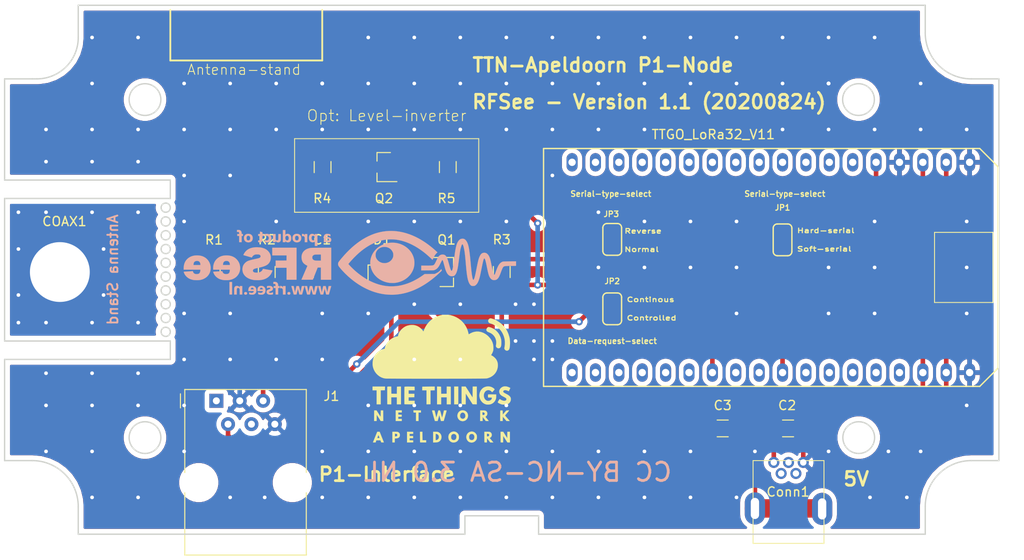
<source format=kicad_pcb>
(kicad_pcb (version 20171130) (host pcbnew "(5.1.6)-1")
  (layers (0 F.Cu signal) (31 B.Cu signal) (34 B.Paste user) (35 F.Paste user) (36 B.SilkS user) (37 F.SilkS user) (38 B.Mask user) (39 F.Mask user) (44 Edge.Cuts user))
  (net 0 "")
  (net 1 /5V)
  (net 2 /DATA_GND)
  (net 3 /DATA_3V3)
  (net 4 /DATA)
  (net 5 /3V3)
  (net 6 /DATA_REQ)
  (net 7 /HARD_RXD)
  (net 8 /SOFT_RXD)
  (net 9 /SOFT_REQ)
  (net 10 "Net-(C3-Pad2)")
  (net 11 /DATA_3V3_N)
  (net 12 /DATA_5V_R)
  (net 13 "Net-(JP3-Pad1)")
  (module esp32-p1-node-board:LOGO_LogoRFSee_37x8mm (layer F.Cu) (at 137 55.5)
    (fp_text reference G*** hide)
    (fp_text value LOGO_LogoRFSee_37x8mm hide)
  )
  (module Connector_RJ:RJ12_Amphenol_54601 (layer F.Cu) (at 123.5 69.5)
    (fp_text reference J1 (at 12.5 -0.5) (layer F.SilkS))
    (fp_text value RJ11-6)
    (pad "" np_thru_hole circle (at 8.25 8.89) (size 3.25 3.25) (drill 3.25) (layers *.Cu *.Mask))
    (pad 6 thru_hole circle (at 6.35 2.54) (size 1.52 1.52) (drill 0.76) (layers *.Cu *.Mask) (net 2 /DATA_GND))
    (pad 5 thru_hole circle (at 5.08 0) (size 1.52 1.52) (drill 0.76) (layers *.Cu *.Mask) (net 4 /DATA))
    (pad 4 thru_hole circle (at 3.81 2.54) (size 1.52 1.52) (drill 0.76) (layers *.Cu *.Mask))
    (pad 3 thru_hole circle (at 2.54 0) (size 1.52 1.52) (drill 0.76) (layers *.Cu *.Mask) (net 2 /DATA_GND))
    (pad 2 thru_hole circle (at 1.27 2.54) (size 1.52 1.52) (drill 0.76) (layers *.Cu *.Mask) (net 6 /DATA_REQ))
    (pad "" np_thru_hole circle (at -1.91 8.89) (size 3.25 3.25) (drill 3.25) (layers *.Cu *.Mask))
    (pad 1 thru_hole rect (at 0 0) (size 1.52 1.52) (drill 0.76) (layers *.Cu *.Mask))
  )
  (module esp32-p1-node-board:TTGO_LoRa32_V11 (layer F.Cu) (at 185 55 270)
    (fp_text reference U1)
    (fp_text value TTGO_LoRa32_V11 (at -14.455 7.52) (layer F.SilkS))
    (pad 17 thru_hole oval (at -11.43 20.32 180) (size 1.2 2) (drill 0.8) (layers *.Cu *.Mask))
    (pad 20 thru_hole oval (at 11.43 20.32 180) (size 1.2 2) (drill 0.8) (layers *.Cu *.Mask))
    (pad 16 thru_hole oval (at -11.43 17.78 180) (size 1.2 2) (drill 0.8) (layers *.Cu *.Mask))
    (pad 21 thru_hole oval (at 11.43 17.78 180) (size 1.2 2) (drill 0.8) (layers *.Cu *.Mask))
    (pad 15 thru_hole oval (at -11.43 15.24 180) (size 1.2 2) (drill 0.8) (layers *.Cu *.Mask))
    (pad 22 thru_hole oval (at 11.43 15.24 180) (size 1.2 2) (drill 0.8) (layers *.Cu *.Mask))
    (pad 14 thru_hole oval (at -11.43 12.7 180) (size 1.2 2) (drill 0.8) (layers *.Cu *.Mask))
    (pad 23 thru_hole oval (at 11.43 12.7 180) (size 1.2 2) (drill 0.8) (layers *.Cu *.Mask))
    (pad 13 thru_hole oval (at -11.43 10.16 180) (size 1.2 2) (drill 0.8) (layers *.Cu *.Mask))
    (pad 24 thru_hole oval (at 11.43 10.16 180) (size 1.2 2) (drill 0.8) (layers *.Cu *.Mask))
    (pad 12 thru_hole oval (at -11.43 7.62 180) (size 1.2 2) (drill 0.8) (layers *.Cu *.Mask))
    (pad 25 thru_hole oval (at 11.43 7.62 180) (size 1.2 2) (drill 0.8) (layers *.Cu *.Mask) (net 9 /SOFT_REQ))
    (pad 11 thru_hole oval (at -11.43 5.08 180) (size 1.2 2) (drill 0.8) (layers *.Cu *.Mask))
    (pad 26 thru_hole oval (at 11.43 5.08 180) (size 1.2 2) (drill 0.8) (layers *.Cu *.Mask))
    (pad 10 thru_hole oval (at -11.43 2.54 180) (size 1.2 2) (drill 0.8) (layers *.Cu *.Mask))
    (pad 27 thru_hole oval (at 11.43 2.54 180) (size 1.2 2) (drill 0.8) (layers *.Cu *.Mask))
    (pad 9 thru_hole oval (at -11.43 0 180) (size 1.2 2) (drill 0.8) (layers *.Cu *.Mask))
    (pad 28 thru_hole oval (at 11.43 0 180) (size 1.2 2) (drill 0.8) (layers *.Cu *.Mask) (net 8 /SOFT_RXD))
    (pad 8 thru_hole oval (at -11.43 -2.54 180) (size 1.2 2) (drill 0.8) (layers *.Cu *.Mask))
    (pad 29 thru_hole oval (at 11.43 -2.54 180) (size 1.2 2) (drill 0.8) (layers *.Cu *.Mask))
    (pad 7 thru_hole oval (at -11.43 -5.08 180) (size 1.2 2) (drill 0.8) (layers *.Cu *.Mask))
    (pad 30 thru_hole oval (at 11.43 -5.08 180) (size 1.2 2) (drill 0.8) (layers *.Cu *.Mask))
    (pad 6 thru_hole oval (at -11.43 -7.62 180) (size 1.2 2) (drill 0.8) (layers *.Cu *.Mask))
    (pad 31 thru_hole oval (at 11.43 -7.62 180) (size 1.2 2) (drill 0.8) (layers *.Cu *.Mask))
    (pad 5 thru_hole oval (at -11.43 -10.16 180) (size 1.2 2) (drill 0.8) (layers *.Cu *.Mask) (net 7 /HARD_RXD))
    (pad 32 thru_hole oval (at 11.43 -10.16 180) (size 1.2 2) (drill 0.8) (layers *.Cu *.Mask))
    (pad 4 thru_hole oval (at -11.43 -12.7 180) (size 1.2 2) (drill 0.8) (layers *.Cu *.Mask) (net 2 /DATA_GND))
    (pad 33 thru_hole oval (at 11.43 -12.7 180) (size 1.2 2) (drill 0.8) (layers *.Cu *.Mask))
    (pad 3 thru_hole oval (at -11.43 -15.24 180) (size 1.2 2) (drill 0.8) (layers *.Cu *.Mask) (net 5 /3V3))
    (pad 34 thru_hole oval (at 11.43 -15.24 180) (size 1.2 2) (drill 0.8) (layers *.Cu *.Mask) (net 5 /3V3))
    (pad 2 thru_hole oval (at -11.43 -17.78 180) (size 1.2 2) (drill 0.8) (layers *.Cu *.Mask) (net 1 /5V))
    (pad 35 thru_hole oval (at 11.43 -17.78 180) (size 1.2 2) (drill 0.8) (layers *.Cu *.Mask) (net 1 /5V))
    (pad 1 thru_hole oval (at -11.43 -20.32 180) (size 1.2 2) (drill 0.8) (layers *.Cu *.Mask) (net 2 /DATA_GND))
    (pad 36 thru_hole oval (at 11.43 -20.32 180) (size 1.2 2) (drill 0.8) (layers *.Cu *.Mask) (net 2 /DATA_GND))
    (pad 18 thru_hole oval (at -11.43 22.86 180) (size 1.2 2) (drill 0.8) (layers *.Cu *.Mask))
    (pad 19 thru_hole oval (at 11.43 22.86 180) (size 1.2 2) (drill 0.8) (layers *.Cu *.Mask))
  )
  (module Capacitor_SMD:C_1206_3216Metric (layer F.Cu) (at 134.952 55.5 270)
    (fp_text reference C1 (at -3.517462 -0.048) (layer F.SilkS))
    (fp_text value 10n)
    (pad 1 smd roundrect (at -1.4 0 270) (size 1.25 1.75) (layers F.Cu F.Paste F.Mask) (roundrect_rratio 0.2) (net 12 /DATA_5V_R))
    (pad 2 smd roundrect (at 1.4 0 270) (size 1.25 1.75) (layers F.Cu F.Paste F.Mask) (roundrect_rratio 0.2) (net 2 /DATA_GND))
  )
  (module Package_TO_SOT_SMD:SOT-23 (layer F.Cu) (at 141.558 55.5 90)
    (fp_text reference D1 (at 3.517462 -0.058 180) (layer F.SilkS))
    (fp_text value BAT54S)
    (pad 1 smd rect (at -1 -0.95 90) (size 0.9 0.8) (layers F.Cu F.Paste F.Mask) (net 2 /DATA_GND))
    (pad 2 smd rect (at -1 0.95 90) (size 0.9 0.8) (layers F.Cu F.Paste F.Mask) (net 1 /5V))
    (pad 3 smd rect (at 1 0 90) (size 0.9 0.8) (layers F.Cu F.Paste F.Mask) (net 12 /DATA_5V_R))
  )
  (module Resistor_SMD:R_1206_3216Metric (layer F.Cu) (at 123 55.5 90)
    (fp_text reference R1 (at 3.5 0.25 -180) (layer F.SilkS))
    (fp_text value 10K)
    (pad 1 smd roundrect (at -1.4 0 90) (size 1.25 1.75) (layers F.Cu F.Paste F.Mask) (roundrect_rratio 0.2) (net 1 /5V))
    (pad 2 smd roundrect (at 1.4 0 90) (size 1.25 1.75) (layers F.Cu F.Paste F.Mask) (roundrect_rratio 0.2) (net 4 /DATA))
  )
  (module Resistor_SMD:R_1206_3216Metric (layer F.Cu) (at 128.976 55.5 270)
    (fp_text reference R2 (at -3.517462 -0.024) (layer F.SilkS))
    (fp_text value 1K)
    (pad 2 smd roundrect (at 1.4 0 270) (size 1.25 1.75) (layers F.Cu F.Paste F.Mask) (roundrect_rratio 0.2) (net 4 /DATA))
    (pad 1 smd roundrect (at -1.4 0 270) (size 1.25 1.75) (layers F.Cu F.Paste F.Mask) (roundrect_rratio 0.2) (net 12 /DATA_5V_R))
  )
  (module Resistor_SMD:R_1206_3216Metric (layer F.Cu) (at 154.5 55.5 90)
    (fp_text reference R3 (at 3.517462 0 180) (layer F.SilkS))
    (fp_text value 12K)
    (pad 1 smd roundrect (at -1.4 0 90) (size 1.25 1.75) (layers F.Cu F.Paste F.Mask) (roundrect_rratio 0.2) (net 5 /3V3))
    (pad 2 smd roundrect (at 1.4 0 90) (size 1.25 1.75) (layers F.Cu F.Paste F.Mask) (roundrect_rratio 0.2) (net 11 /DATA_3V3_N))
  )
  (module Jumpers:SMT-JUMPER_3_1-NC_TRACE_SILK (layer F.Cu) (at 185 52 270)
    (fp_text reference JP1 (at -3.5 0) (layer F.SilkS) (effects (font (size 0.6096 0.6096) (thickness 0.127))))
    (fp_text value Serial-type-select (at -5 -0.25) (layer F.SilkS) (effects (font (size 0.6096 0.6096) (thickness 0.127))))
    (fp_line (start 0 0) (end 1.016 0) (layer F.Cu) (width 0.254))
    (pad 1 smd rect (at -1.016 0 270) (size 0.635 1.27) (layers F.Cu F.Mask) (net 7 /HARD_RXD))
    (pad 2 smd rect (at 0 0 270) (size 0.635 1.27) (layers F.Cu F.Mask) (net 3 /DATA_3V3))
    (pad 3 smd rect (at 1.016 0 270) (size 0.635 1.27) (layers F.Cu F.Mask) (net 8 /SOFT_RXD))
  )
  (module Jumpers:SMT-JUMPER_3_1-NC_TRACE_SILK (layer F.Cu) (at 166.5 59.5 90)
    (fp_text reference JP2 (at 3 0 180) (layer F.SilkS) (effects (font (size 0.6096 0.6096) (thickness 0.127))))
    (fp_text value Data-request-select (at -3.5 0 180) (layer F.SilkS) (effects (font (size 0.6096 0.6096) (thickness 0.127))))
    (fp_line (start 0 0) (end 1.016 0) (layer F.Cu) (width 0.254))
    (pad 1 smd rect (at -1.016 0 90) (size 0.635 1.27) (layers F.Cu F.Mask) (net 9 /SOFT_REQ))
    (pad 2 smd rect (at 0 0 90) (size 0.635 1.27) (layers F.Cu F.Mask) (net 6 /DATA_REQ))
    (pad 3 smd rect (at 1.016 0 90) (size 0.635 1.27) (layers F.Cu F.Mask) (net 5 /3V3))
  )
  (module Capacitor_SMD:C_1206_3216Metric (layer F.Cu) (at 185.6 72.5)
    (fp_text reference C2 (at -0.1 -2.5) (layer F.SilkS))
    (fp_text value 10n)
    (pad 1 smd roundrect (at -1.4 0) (size 1.25 1.75) (layers F.Cu F.Paste F.Mask) (roundrect_rratio 0.2) (net 1 /5V))
    (pad 2 smd roundrect (at 1.4 0) (size 1.25 1.75) (layers F.Cu F.Paste F.Mask) (roundrect_rratio 0.2) (net 2 /DATA_GND))
  )
  (module Capacitor_SMD:C_1206_3216Metric (layer F.Cu) (at 178.5 72.5)
    (fp_text reference C3 (at 0 -2.5) (layer F.SilkS))
    (fp_text value 10n)
    (pad 2 smd roundrect (at 1.4 0) (size 1.25 1.75) (layers F.Cu F.Paste F.Mask) (roundrect_rratio 0.2) (net 10 "Net-(C3-Pad2)"))
    (pad 1 smd roundrect (at -1.4 0) (size 1.25 1.75) (layers F.Cu F.Paste F.Mask) (roundrect_rratio 0.2) (net 2 /DATA_GND))
  )
  (module esp32-p1-node-board:SMA-ANT-CONN (layer F.Cu) (at 106.5 55.5)
    (fp_text reference COAX1 (at 0.5 -5.5 180) (layer F.SilkS))
    (fp_text value SMA-ANT-CONN)
    (pad 1 thru_hole circle (at 0 0) (size 8.5 8.5) (drill 6.5) (layers *.Cu *.Mask) (net 2 /DATA_GND))
  )
  (module Jumpers:SMT-JUMPER_3_1-NC_TRACE_SILK (layer F.Cu) (at 166.5 51.95 270)
    (fp_text reference JP3 (at -2.75 0.1) (layer F.SilkS) (effects (font (size 0.6096 0.6096) (thickness 0.127))))
    (fp_text value Serial-type-select (at -4.95 0.15) (layer F.SilkS) (effects (font (size 0.6096 0.6096) (thickness 0.127))))
    (fp_line (start 0 0) (end 1.016 0) (layer F.Cu) (width 0.254))
    (pad 1 smd rect (at -1.016 0 270) (size 0.635 1.27) (layers F.Cu F.Mask) (net 13 "Net-(JP3-Pad1)"))
    (pad 2 smd rect (at 0 0 270) (size 0.635 1.27) (layers F.Cu F.Mask) (net 3 /DATA_3V3))
    (pad 3 smd rect (at 1.016 0 270) (size 0.635 1.27) (layers F.Cu F.Mask) (net 11 /DATA_3V3_N))
  )
  (module Package_TO_SOT_SMD:SOT-23 (layer F.Cu) (at 141.71 44.09 180)
    (fp_text reference Q2 (at 0 -3.41 180) (layer F.SilkS))
    (fp_text value BSS138)
    (pad 1 smd rect (at -1 -0.95 180) (size 0.9 0.8) (layers F.Cu F.Paste F.Mask) (net 5 /3V3))
    (pad 2 smd rect (at -1 0.95 180) (size 0.9 0.8) (layers F.Cu F.Paste F.Mask) (net 13 "Net-(JP3-Pad1)"))
    (pad 3 smd rect (at 1 0 180) (size 0.9 0.8) (layers F.Cu F.Paste F.Mask) (net 12 /DATA_5V_R))
  )
  (module Resistor_SMD:R_1206_3216Metric (layer F.Cu) (at 135.04 44.09 270)
    (fp_text reference R4 (at 3.41 0.04) (layer F.SilkS))
    (fp_text value 10K)
    (pad 2 smd roundrect (at 1.4 0 270) (size 1.25 1.75) (layers F.Cu F.Paste F.Mask) (roundrect_rratio 0.2) (net 12 /DATA_5V_R))
    (pad 1 smd roundrect (at -1.4 0 270) (size 1.25 1.75) (layers F.Cu F.Paste F.Mask) (roundrect_rratio 0.2) (net 1 /5V))
  )
  (module Resistor_SMD:R_1206_3216Metric (layer F.Cu) (at 148.64 44.09 90)
    (fp_text reference R5 (at -3.41 -0.14 180) (layer F.SilkS))
    (fp_text value 10K)
    (pad 1 smd roundrect (at -1.4 0 90) (size 1.25 1.75) (layers F.Cu F.Paste F.Mask) (roundrect_rratio 0.2) (net 5 /3V3))
    (pad 2 smd roundrect (at 1.4 0 90) (size 1.25 1.75) (layers F.Cu F.Paste F.Mask) (roundrect_rratio 0.2) (net 13 "Net-(JP3-Pad1)"))
  )
  (module esp32-p1-node-board:THT_USB-B-Mini (layer F.Cu) (at 189.5 85 90)
    (fp_text reference Conn1 (at 5.6 -3.9 180) (layer F.SilkS))
    (fp_text value THT_USB-B-Mini)
    (pad 6 thru_hole roundrect (at 3.75 -0.2 180) (size 2.2 3.5) (drill oval 0.9 2.3) (layers *.Cu *.Mask) (roundrect_rratio 0.5) (net 10 "Net-(C3-Pad2)"))
    (pad 7 thru_hole roundrect (at 3.8 -7.5 180) (size 2.2 3.5) (drill oval 0.9 2.3) (layers *.Cu *.Mask) (roundrect_rratio 0.5) (net 10 "Net-(C3-Pad2)"))
    (pad 2 thru_hole circle (at 7.6 -4.65 180) (size 1.2 1.2) (drill 0.7) (layers *.Cu *.Mask))
    (pad 5 thru_hole circle (at 8.8 -2.25 180) (size 1.2 1.2) (drill 0.7) (layers *.Cu *.Mask) (net 2 /DATA_GND))
    (pad 1 thru_hole circle (at 8.8 -5.45 180) (size 1.2 1.2) (drill 0.7) (layers *.Cu *.Mask) (net 1 /5V))
    (pad 3 thru_hole circle (at 8.8 -3.85 180) (size 1.2 1.2) (drill 0.7) (layers *.Cu *.Mask))
    (pad 4 thru_hole circle (at 7.6 -3.05 180) (size 1.2 1.2) (drill 0.7) (layers *.Cu *.Mask))
  )
  (module Package_TO_SOT_SMD:SOT-23 (layer F.Cu) (at 148.5 55.5)
    (fp_text reference Q1 (at 0 -3.5) (layer F.SilkS))
    (fp_text value BC847)
    (pad 1 smd rect (at -1 -0.95) (size 0.9 0.8) (layers F.Cu F.Paste F.Mask) (net 12 /DATA_5V_R))
    (pad 2 smd rect (at -1 0.95) (size 0.9 0.8) (layers F.Cu F.Paste F.Mask) (net 2 /DATA_GND))
    (pad 3 smd rect (at 1 0) (size 0.9 0.8) (layers F.Cu F.Paste F.Mask) (net 11 /DATA_3V3_N))
  )
  (module esp32-p1-node-board:LOGO_TTN-Apeldoorn (layer F.Cu) (at 148 67)
    (fp_text reference G*** hide)
    (fp_text value LOGO_TTN-Apeldoorn hide)
  )
  (gr_circle (center 118 48.5) (end 118.5 48.5) (layer Edge.Cuts) (width 0.15))
  (gr_circle (center 118 50) (end 118.5 50) (layer Edge.Cuts) (width 0.15))
  (gr_circle (center 118 51.5) (end 118.5 51.5) (layer Edge.Cuts) (width 0.15))
  (gr_circle (center 118 53) (end 118.5 53) (layer Edge.Cuts) (width 0.15))
  (gr_text "CC BY-NC-SA 3.0 NL" (at 156.25 77.25) (layer B.SilkS) (effects (font (size 2 2) (thickness 0.3)) (justify mirror)))
  (gr_line (start 158.5 84) (end 158.5 82) (layer Edge.Cuts) (width 0.15))
  (gr_line (start 150.5 84) (end 150.5 82) (layer Edge.Cuts) (width 0.15))
  (gr_line (start 150.5 82) (end 158.5 82) (layer Edge.Cuts) (width 0.15))
  (gr_line (start 108.5 84) (end 150.5 84) (layer Edge.Cuts) (width 0.15))
  (gr_text "Opt: Level-inverter" (at 142 38.5) (layer F.SilkS) (effects (font (size 1.2 1.2) (thickness 0.1))))
  (gr_text "RFSee - Version 1.1 (20200824)" (at 170.5 37) (layer F.SilkS) (effects (font (size 1.5 1.5) (thickness 0.3))))
  (gr_text "TTN-Apeldoorn P1-Node" (at 165.5 33) (layer F.SilkS) (effects (font (size 1.5 1.5) (thickness 0.3))))
  (gr_text 5V (at 193 78) (layer F.SilkS) (effects (font (size 1.5 1.5) (thickness 0.3))))
  (gr_line (start 132 49) (end 132 41) (layer F.SilkS) (width 0.1))
  (gr_line (start 152 49) (end 132 49) (layer F.SilkS) (width 0.1))
  (gr_line (start 152 41) (end 152 49) (layer F.SilkS) (width 0.1))
  (gr_line (start 132 41) (end 152 41) (layer F.SilkS) (width 0.1))
  (gr_text Reverse (at 167.75 51.05) (layer F.SilkS) (effects (font (size 0.5 0.7) (thickness 0.125)) (justify left)))
  (gr_text Normal (at 167.75 53.05) (layer F.SilkS) (effects (font (size 0.5 0.7) (thickness 0.125)) (justify left)))
  (gr_text Antenna-stand (at 126.5 33.5) (layer F.SilkS) (effects (font (size 1.1 1.1) (thickness 0.1))))
  (gr_text "Antenna Stand" (at 112.25 55.25 90) (layer B.SilkS) (effects (font (size 1.1 1.1) (thickness 0.2)) (justify mirror)))
  (gr_text P1-Interface (at 142 77.5) (layer F.SilkS) (effects (font (size 1.5 1.5) (thickness 0.3))))
  (gr_line (start 135 32.5) (end 135 27) (layer F.SilkS) (width 0.2))
  (gr_line (start 118.5 32.5) (end 135 32.5) (layer F.SilkS) (width 0.2))
  (gr_line (start 118.5 27) (end 118.5 32.5) (layer F.SilkS) (width 0.2))
  (gr_text Controlled (at 168 60.5) (layer F.SilkS) (effects (font (size 0.5 0.7) (thickness 0.125)) (justify left)))
  (gr_text Continous (at 168 58.5) (layer F.SilkS) (effects (font (size 0.5 0.7) (thickness 0.125)) (justify left)))
  (gr_circle (center 118 60.5) (end 118.5 60.5) (layer Edge.Cuts) (width 0.15))
  (gr_circle (center 118 59) (end 118.5 59) (layer Edge.Cuts) (width 0.15))
  (gr_circle (center 118 62) (end 118.5 62) (layer Edge.Cuts) (width 0.15))
  (gr_circle (center 118 56) (end 118.5 56) (layer Edge.Cuts) (width 0.15))
  (gr_circle (center 118 57.5) (end 118.5 57.5) (layer Edge.Cuts) (width 0.15))
  (gr_circle (center 118 54.5) (end 118.5 54.5) (layer Edge.Cuts) (width 0.15))
  (gr_line (start 118.5 65) (end 113 65) (layer Edge.Cuts) (width 0.15))
  (gr_line (start 118.5 45.5) (end 113 45.5) (layer Edge.Cuts) (width 0.15))
  (gr_line (start 118.5 47.5) (end 118.5 45.5) (layer Edge.Cuts) (width 0.15))
  (gr_line (start 118.5 65) (end 118.5 63) (layer Edge.Cuts) (width 0.15))
  (gr_line (start 100.5 63) (end 100.5 47.5) (layer Edge.Cuts) (width 0.15))
  (gr_line (start 100.5 63) (end 118.5 63) (layer Edge.Cuts) (width 0.15))
  (gr_line (start 100.5 65) (end 113 65) (layer Edge.Cuts) (width 0.15))
  (gr_line (start 100.5 47.5) (end 118.5 47.5) (layer Edge.Cuts) (width 0.15))
  (gr_line (start 100.5 45.5) (end 113 45.5) (layer Edge.Cuts) (width 0.15))
  (gr_line (start 100.5 65) (end 100.5 76) (layer Edge.Cuts) (width 0.15))
  (gr_line (start 100.5 34.5) (end 100.5 45.5) (layer Edge.Cuts) (width 0.15))
  (gr_arc (start 104 30) (end 104 34.5) (angle -90) (layer Edge.Cuts) (width 0.15))
  (gr_line (start 100.5 34.5) (end 103.5 34.5) (layer Edge.Cuts) (width 0.15))
  (gr_line (start 100.5 76) (end 103.5 76) (layer Edge.Cuts) (width 0.15))
  (gr_arc (start 103.5 81) (end 108.5 81) (angle -90) (layer Edge.Cuts) (width 0.15))
  (gr_line (start 103.5 34.5) (end 104 34.5) (layer Edge.Cuts) (width 0.15))
  (gr_text Hard-serial (at 186.5 51) (layer F.SilkS) (effects (font (size 0.5 0.7) (thickness 0.125)) (justify left)))
  (gr_text Soft-serial (at 186.5 53) (layer F.SilkS) (effects (font (size 0.5 0.7) (thickness 0.125)) (justify left)))
  (gr_circle (center 193.275 73.5) (end 195 73.5) (layer Edge.Cuts) (width 0.15))
  (gr_circle (center 193.25 36.75) (end 194.975 36.75) (layer Edge.Cuts) (width 0.15))
  (gr_circle (center 115.75 73.5) (end 117.475 73.5) (layer Edge.Cuts) (width 0.15))
  (gr_circle (center 115.75 36.75) (end 117.475 36.75) (layer Edge.Cuts) (width 0.15))
  (gr_arc (start 205.5 81) (end 205.5 76) (angle -90) (layer Edge.Cuts) (width 0.15))
  (gr_arc (start 205.5 29.5) (end 200.5 29.5) (angle -90) (layer Edge.Cuts) (width 0.15))
  (gr_line (start 200.5 26.5) (end 200.5 29.5) (layer Edge.Cuts) (width 0.15))
  (gr_line (start 208.5 34.5) (end 205.5 34.5) (layer Edge.Cuts) (width 0.15))
  (gr_line (start 200.5 84) (end 200.5 81) (layer Edge.Cuts) (width 0.15))
  (gr_line (start 208.5 76) (end 205.5 76) (layer Edge.Cuts) (width 0.15))
  (gr_line (start 208.5 34.5) (end 208.5 76) (layer Edge.Cuts) (width 0.15))
  (gr_line (start 108.5 26.5) (end 108.5 30) (layer Edge.Cuts) (width 0.15))
  (gr_line (start 108.5 84) (end 108.5 81) (layer Edge.Cuts) (width 0.15))
  (gr_line (start 158.5 84) (end 200.5 84) (layer Edge.Cuts) (width 0.15))
  (gr_line (start 108.5 26.5) (end 200.5 26.5) (layer Edge.Cuts) (width 0.15))
  (segment (start 202.78 43.57) (end 202.78 66.43) (width 0.5) (layer F.Cu) (net 1))
  (segment (start 130.96 42.69) (end 135.04 42.69) (width 0.5) (layer F.Cu) (net 1))
  (segment (start 120.8 52.85) (end 130.96 42.69) (width 0.5) (layer F.Cu) (net 1))
  (segment (start 120.8 56) (end 120.8 52.85) (width 0.5) (layer F.Cu) (net 1))
  (segment (start 123 56.9) (end 121.7 56.9) (width 0.5) (layer F.Cu) (net 1))
  (segment (start 121.7 56.9) (end 120.8 56) (width 0.5) (layer F.Cu) (net 1))
  (segment (start 184.05 74.55) (end 184.05 76.2) (width 0.5) (layer F.Cu) (net 1))
  (segment (start 184.2 72.5) (end 184.2 74.4) (width 0.5) (layer F.Cu) (net 1))
  (segment (start 184.2 74.4) (end 184.05 74.55) (width 0.5) (layer F.Cu) (net 1))
  (segment (start 202.78 68.02) (end 202.78 66.43) (width 0.5) (layer F.Cu) (net 1))
  (segment (start 200.8 70) (end 202.78 68.02) (width 0.5) (layer F.Cu) (net 1))
  (segment (start 184.2 70.2) (end 184 70) (width 0.5) (layer F.Cu) (net 1))
  (segment (start 184.2 72.5) (end 184.2 70.2) (width 0.5) (layer F.Cu) (net 1))
  (segment (start 184 70) (end 200.8 70) (width 0.5) (layer F.Cu) (net 1))
  (segment (start 157.5 70) (end 184 70) (width 0.5) (layer F.Cu) (net 1))
  (segment (start 142.508 56.5) (end 144 56.5) (width 0.5) (layer F.Cu) (net 1))
  (segment (start 144 56.5) (end 157.5 70) (width 0.5) (layer F.Cu) (net 1))
  (segment (start 123 61.5) (end 123 56.9) (width 0.5) (layer F.Cu) (net 1))
  (segment (start 121.75 63) (end 123 61.75) (width 0.5) (layer F.Cu) (net 1))
  (segment (start 142.508 63.242) (end 131 74.75) (width 0.5) (layer F.Cu) (net 1))
  (segment (start 142.508 56.5) (end 142.508 63.242) (width 0.5) (layer F.Cu) (net 1))
  (segment (start 123 61.75) (end 123 61.5) (width 0.5) (layer F.Cu) (net 1))
  (segment (start 131 74.75) (end 124.75 74.75) (width 0.5) (layer F.Cu) (net 1))
  (segment (start 124.75 74.75) (end 121.75 71.75) (width 0.5) (layer F.Cu) (net 1))
  (segment (start 121.75 71.75) (end 121.75 63) (width 0.5) (layer F.Cu) (net 1))
  (segment (start 134.952 56.9) (end 137.4 56.9) (width 0.5) (layer F.Cu) (net 2))
  (segment (start 137.8 56.5) (end 140.608 56.5) (width 0.5) (layer F.Cu) (net 2))
  (segment (start 137.4 56.9) (end 137.8 56.5) (width 0.5) (layer F.Cu) (net 2))
  (segment (start 140.608 56.5) (end 140.608 56.392) (width 0.5) (layer F.Cu) (net 2))
  (segment (start 140.608 56.392) (end 141.5 55.5) (width 0.4) (layer F.Cu) (net 2))
  (segment (start 205.32 41.82) (end 205.32 43.57) (width 0.5) (layer F.Cu) (net 2))
  (segment (start 204.5 41) (end 205.32 41.82) (width 0.5) (layer F.Cu) (net 2))
  (segment (start 198.5 41) (end 204.5 41) (width 0.5) (layer F.Cu) (net 2))
  (segment (start 197.7 43.57) (end 197.7 41.8) (width 0.5) (layer F.Cu) (net 2))
  (segment (start 197.7 41.8) (end 198.5 41) (width 0.5) (layer F.Cu) (net 2))
  (via (at 105 40) (size 0.8) (drill 0.4) (layers F.Cu B.Cu) (net 2))
  (via (at 110 40) (size 0.8) (drill 0.4) (layers F.Cu B.Cu) (net 2))
  (via (at 115 40) (size 0.8) (drill 0.4) (layers F.Cu B.Cu) (net 2))
  (via (at 135 40) (size 0.8) (drill 0.4) (layers F.Cu B.Cu) (net 2))
  (via (at 140 40) (size 0.8) (drill 0.4) (layers F.Cu B.Cu) (net 2))
  (via (at 145 40) (size 0.8) (drill 0.4) (layers F.Cu B.Cu) (net 2))
  (via (at 150 40) (size 0.8) (drill 0.4) (layers F.Cu B.Cu) (net 2))
  (via (at 160 40) (size 0.8) (drill 0.4) (layers F.Cu B.Cu) (net 2))
  (via (at 165 40) (size 0.8) (drill 0.4) (layers F.Cu B.Cu) (net 2))
  (via (at 170 40) (size 0.8) (drill 0.4) (layers F.Cu B.Cu) (net 2))
  (via (at 185 40) (size 0.8) (drill 0.4) (layers F.Cu B.Cu) (net 2))
  (via (at 190 40) (size 0.8) (drill 0.4) (layers F.Cu B.Cu) (net 2))
  (via (at 195 40) (size 0.8) (drill 0.4) (layers F.Cu B.Cu) (net 2))
  (via (at 200 40) (size 0.8) (drill 0.4) (layers F.Cu B.Cu) (net 2))
  (via (at 205 40) (size 0.8) (drill 0.4) (layers F.Cu B.Cu) (net 2))
  (via (at 200 35) (size 0.8) (drill 0.4) (layers F.Cu B.Cu) (net 2))
  (via (at 195 30) (size 0.8) (drill 0.4) (layers F.Cu B.Cu) (net 2))
  (via (at 190 35) (size 0.8) (drill 0.4) (layers F.Cu B.Cu) (net 2))
  (via (at 190 30) (size 0.8) (drill 0.4) (layers F.Cu B.Cu) (net 2))
  (via (at 185 30) (size 0.8) (drill 0.4) (layers F.Cu B.Cu) (net 2))
  (via (at 180 30) (size 0.8) (drill 0.4) (layers F.Cu B.Cu) (net 2))
  (via (at 175 30) (size 0.8) (drill 0.4) (layers F.Cu B.Cu) (net 2))
  (via (at 170 30) (size 0.8) (drill 0.4) (layers F.Cu B.Cu) (net 2))
  (via (at 165 30) (size 0.8) (drill 0.4) (layers F.Cu B.Cu) (net 2))
  (via (at 160 30) (size 0.8) (drill 0.4) (layers F.Cu B.Cu) (net 2))
  (via (at 155 30) (size 0.8) (drill 0.4) (layers F.Cu B.Cu) (net 2))
  (via (at 115 30) (size 0.8) (drill 0.4) (layers F.Cu B.Cu) (net 2))
  (via (at 110 30) (size 0.8) (drill 0.4) (layers F.Cu B.Cu) (net 2))
  (via (at 110 35) (size 0.8) (drill 0.4) (layers F.Cu B.Cu) (net 2))
  (via (at 120 35) (size 0.8) (drill 0.4) (layers F.Cu B.Cu) (net 2))
  (via (at 125 35) (size 0.8) (drill 0.4) (layers F.Cu B.Cu) (net 2))
  (via (at 130 35) (size 0.8) (drill 0.4) (layers F.Cu B.Cu) (net 2))
  (via (at 135 35) (size 0.8) (drill 0.4) (layers F.Cu B.Cu) (net 2))
  (via (at 135 35) (size 0.8) (drill 0.4) (layers F.Cu B.Cu) (net 2))
  (via (at 135 35) (size 0.8) (drill 0.4) (layers F.Cu B.Cu) (net 2))
  (via (at 140 35) (size 0.8) (drill 0.4) (layers F.Cu B.Cu) (net 2))
  (via (at 145 35) (size 0.8) (drill 0.4) (layers F.Cu B.Cu) (net 2))
  (via (at 150 35) (size 0.8) (drill 0.4) (layers F.Cu B.Cu) (net 2))
  (via (at 155 35) (size 0.8) (drill 0.4) (layers F.Cu B.Cu) (net 2))
  (via (at 160 35) (size 0.8) (drill 0.4) (layers F.Cu B.Cu) (net 2))
  (via (at 165 35) (size 0.8) (drill 0.4) (layers F.Cu B.Cu) (net 2))
  (via (at 170 35) (size 0.8) (drill 0.4) (layers F.Cu B.Cu) (net 2))
  (via (at 175 35) (size 0.8) (drill 0.4) (layers F.Cu B.Cu) (net 2))
  (via (at 180 35) (size 0.8) (drill 0.4) (layers F.Cu B.Cu) (net 2))
  (via (at 190 35) (size 0.8) (drill 0.4) (layers F.Cu B.Cu) (net 2))
  (via (at 190 35) (size 0.8) (drill 0.4) (layers F.Cu B.Cu) (net 2))
  (via (at 185 35) (size 0.8) (drill 0.4) (layers F.Cu B.Cu) (net 2))
  (via (at 105 43.5) (size 0.8) (drill 0.4) (layers F.Cu B.Cu) (net 2))
  (via (at 110 43.5) (size 0.8) (drill 0.4) (layers F.Cu B.Cu) (net 2))
  (via (at 115 43.5) (size 0.8) (drill 0.4) (layers F.Cu B.Cu) (net 2))
  (via (at 160 45) (size 0.8) (drill 0.4) (layers F.Cu B.Cu) (net 2))
  (via (at 120 60) (size 0.8) (drill 0.4) (layers F.Cu B.Cu) (net 2))
  (via (at 125 60) (size 0.8) (drill 0.4) (layers F.Cu B.Cu) (net 2))
  (via (at 115 66.5) (size 0.8) (drill 0.4) (layers F.Cu B.Cu) (net 2))
  (via (at 115 70) (size 0.8) (drill 0.4) (layers F.Cu B.Cu) (net 2))
  (via (at 110 70) (size 0.8) (drill 0.4) (layers F.Cu B.Cu) (net 2))
  (via (at 110 66.5) (size 0.8) (drill 0.4) (layers F.Cu B.Cu) (net 2))
  (via (at 105 66.5) (size 0.8) (drill 0.4) (layers F.Cu B.Cu) (net 2))
  (via (at 105 70) (size 0.8) (drill 0.4) (layers F.Cu B.Cu) (net 2))
  (via (at 105 75) (size 0.8) (drill 0.4) (layers F.Cu B.Cu) (net 2))
  (via (at 110 75) (size 0.8) (drill 0.4) (layers F.Cu B.Cu) (net 2))
  (via (at 110 80) (size 0.8) (drill 0.4) (layers F.Cu B.Cu) (net 2))
  (via (at 115 80) (size 0.8) (drill 0.4) (layers F.Cu B.Cu) (net 2))
  (via (at 125 80) (size 0.8) (drill 0.4) (layers F.Cu B.Cu) (net 2))
  (via (at 135 80) (size 0.8) (drill 0.4) (layers F.Cu B.Cu) (net 2))
  (via (at 140 80) (size 0.8) (drill 0.4) (layers F.Cu B.Cu) (net 2))
  (via (at 145 80) (size 0.8) (drill 0.4) (layers F.Cu B.Cu) (net 2))
  (via (at 150 80) (size 0.8) (drill 0.4) (layers F.Cu B.Cu) (net 2))
  (via (at 155 80) (size 0.8) (drill 0.4) (layers F.Cu B.Cu) (net 2))
  (via (at 160 80) (size 0.8) (drill 0.4) (layers F.Cu B.Cu) (net 2))
  (via (at 170 80) (size 0.8) (drill 0.4) (layers F.Cu B.Cu) (net 2))
  (via (at 175 80) (size 0.8) (drill 0.4) (layers F.Cu B.Cu) (net 2))
  (via (at 165 80) (size 0.8) (drill 0.4) (layers F.Cu B.Cu) (net 2))
  (via (at 200 75) (size 0.8) (drill 0.4) (layers F.Cu B.Cu) (net 2))
  (via (at 190 75) (size 0.8) (drill 0.4) (layers F.Cu B.Cu) (net 2))
  (via (at 205 70) (size 0.8) (drill 0.4) (layers F.Cu B.Cu) (net 2))
  (via (at 205 60) (size 0.8) (drill 0.4) (layers F.Cu B.Cu) (net 2))
  (via (at 205 55) (size 0.8) (drill 0.4) (layers F.Cu B.Cu) (net 2))
  (via (at 205 50) (size 0.8) (drill 0.4) (layers F.Cu B.Cu) (net 2))
  (via (at 195 50) (size 0.8) (drill 0.4) (layers F.Cu B.Cu) (net 2))
  (via (at 195 55) (size 0.8) (drill 0.4) (layers F.Cu B.Cu) (net 2))
  (via (at 195 60) (size 0.8) (drill 0.4) (layers F.Cu B.Cu) (net 2))
  (via (at 190 60) (size 0.8) (drill 0.4) (layers F.Cu B.Cu) (net 2))
  (via (at 190 55) (size 0.8) (drill 0.4) (layers F.Cu B.Cu) (net 2))
  (via (at 180 50) (size 0.8) (drill 0.4) (layers F.Cu B.Cu) (net 2))
  (via (at 180 55) (size 0.8) (drill 0.4) (layers F.Cu B.Cu) (net 2))
  (via (at 180 60) (size 0.8) (drill 0.4) (layers F.Cu B.Cu) (net 2))
  (via (at 175 55) (size 0.8) (drill 0.4) (layers F.Cu B.Cu) (net 2))
  (via (at 175 50) (size 0.8) (drill 0.4) (layers F.Cu B.Cu) (net 2))
  (via (at 170 50) (size 0.8) (drill 0.4) (layers F.Cu B.Cu) (net 2))
  (via (at 165 49) (size 0.8) (drill 0.4) (layers F.Cu B.Cu) (net 2))
  (via (at 165 55) (size 0.8) (drill 0.4) (layers F.Cu B.Cu) (net 2))
  (via (at 170 55) (size 0.8) (drill 0.4) (layers F.Cu B.Cu) (net 2))
  (via (at 160 65) (size 0.8) (drill 0.4) (layers F.Cu B.Cu) (net 2))
  (via (at 150 65) (size 0.8) (drill 0.4) (layers F.Cu B.Cu) (net 2))
  (via (at 145 65) (size 0.8) (drill 0.4) (layers F.Cu B.Cu) (net 2))
  (via (at 140 70) (size 0.8) (drill 0.4) (layers F.Cu B.Cu) (net 2))
  (via (at 145 70) (size 0.8) (drill 0.4) (layers F.Cu B.Cu) (net 2))
  (via (at 150 70) (size 0.8) (drill 0.4) (layers F.Cu B.Cu) (net 2))
  (via (at 155 70) (size 0.8) (drill 0.4) (layers F.Cu B.Cu) (net 2))
  (via (at 135 75) (size 0.8) (drill 0.4) (layers F.Cu B.Cu) (net 2))
  (via (at 140 75) (size 0.8) (drill 0.4) (layers F.Cu B.Cu) (net 2))
  (via (at 145 75) (size 0.8) (drill 0.4) (layers F.Cu B.Cu) (net 2))
  (via (at 150 75) (size 0.8) (drill 0.4) (layers F.Cu B.Cu) (net 2))
  (via (at 160 75) (size 0.8) (drill 0.4) (layers F.Cu B.Cu) (net 2))
  (via (at 155 75) (size 0.8) (drill 0.4) (layers F.Cu B.Cu) (net 2))
  (via (at 165 75) (size 0.8) (drill 0.4) (layers F.Cu B.Cu) (net 2))
  (via (at 170 75) (size 0.8) (drill 0.4) (layers F.Cu B.Cu) (net 2))
  (via (at 175 75) (size 0.8) (drill 0.4) (layers F.Cu B.Cu) (net 2))
  (via (at 150 59) (size 0.8) (drill 0.4) (layers F.Cu B.Cu) (net 2))
  (via (at 156 59) (size 0.8) (drill 0.4) (layers F.Cu B.Cu) (net 2))
  (via (at 156 63) (size 0.8) (drill 0.4) (layers F.Cu B.Cu) (net 2))
  (via (at 158 63) (size 0.8) (drill 0.4) (layers F.Cu B.Cu) (net 2))
  (via (at 158 65) (size 0.8) (drill 0.4) (layers F.Cu B.Cu) (net 2))
  (via (at 160 63) (size 0.8) (drill 0.4) (layers F.Cu B.Cu) (net 2))
  (via (at 158 59) (size 0.8) (drill 0.4) (layers F.Cu B.Cu) (net 2))
  (via (at 145 59) (size 0.8) (drill 0.4) (layers F.Cu B.Cu) (net 2))
  (via (at 105 49) (size 0.8) (drill 0.4) (layers F.Cu B.Cu) (net 2))
  (via (at 105 61) (size 0.8) (drill 0.4) (layers F.Cu B.Cu) (net 2))
  (via (at 110 61) (size 0.8) (drill 0.4) (layers F.Cu B.Cu) (net 2))
  (via (at 115 61) (size 0.8) (drill 0.4) (layers F.Cu B.Cu) (net 2))
  (via (at 110 49) (size 0.8) (drill 0.4) (layers F.Cu B.Cu) (net 2))
  (via (at 115 49) (size 0.8) (drill 0.4) (layers F.Cu B.Cu) (net 2))
  (via (at 102 61) (size 0.8) (drill 0.4) (layers F.Cu B.Cu) (net 2))
  (via (at 102 49) (size 0.8) (drill 0.4) (layers F.Cu B.Cu) (net 2))
  (via (at 102 53) (size 0.8) (drill 0.4) (layers F.Cu B.Cu) (net 2))
  (via (at 102 58) (size 0.8) (drill 0.4) (layers F.Cu B.Cu) (net 2))
  (via (at 140 60) (size 0.8) (drill 0.4) (layers F.Cu B.Cu) (net 2))
  (via (at 135 65) (size 0.8) (drill 0.4) (layers F.Cu B.Cu) (net 2))
  (via (at 135 60) (size 0.8) (drill 0.4) (layers F.Cu B.Cu) (net 2))
  (via (at 120 40) (size 0.8) (drill 0.4) (layers F.Cu B.Cu) (net 2))
  (via (at 125 40) (size 0.8) (drill 0.4) (layers F.Cu B.Cu) (net 2))
  (via (at 130 40) (size 0.8) (drill 0.4) (layers F.Cu B.Cu) (net 2))
  (via (at 120 45) (size 0.8) (drill 0.4) (layers F.Cu B.Cu) (net 2))
  (via (at 125 45) (size 0.8) (drill 0.4) (layers F.Cu B.Cu) (net 2))
  (via (at 120 50) (size 0.8) (drill 0.4) (layers F.Cu B.Cu) (net 2))
  (via (at 130 50) (size 0.8) (drill 0.4) (layers F.Cu B.Cu) (net 2))
  (via (at 140 50) (size 0.8) (drill 0.4) (layers F.Cu B.Cu) (net 2))
  (via (at 145 50) (size 0.8) (drill 0.4) (layers F.Cu B.Cu) (net 2))
  (via (at 150 50) (size 0.8) (drill 0.4) (layers F.Cu B.Cu) (net 2))
  (via (at 155 50) (size 0.8) (drill 0.4) (layers F.Cu B.Cu) (net 2))
  (via (at 155 40) (size 0.8) (drill 0.4) (layers F.Cu B.Cu) (net 2))
  (segment (start 187.25 74.75) (end 187.25 76.2) (width 0.5) (layer F.Cu) (net 2))
  (segment (start 187 72.5) (end 187 74.5) (width 0.5) (layer F.Cu) (net 2))
  (segment (start 187 74.5) (end 187.25 74.75) (width 0.5) (layer F.Cu) (net 2))
  (via (at 194.5 80) (size 0.8) (drill 0.4) (layers F.Cu B.Cu) (net 2))
  (via (at 198.5 80) (size 0.8) (drill 0.4) (layers F.Cu B.Cu) (net 2))
  (via (at 180 80) (size 0.8) (drill 0.4) (layers F.Cu B.Cu) (net 2))
  (via (at 182 75) (size 0.8) (drill 0.4) (layers F.Cu B.Cu) (net 2))
  (via (at 196.5 75) (size 0.8) (drill 0.4) (layers F.Cu B.Cu) (net 2))
  (segment (start 144.5 55.5) (end 141.5 55.5) (width 0.5) (layer F.Cu) (net 2))
  (segment (start 147.5 56.45) (end 145.45 56.45) (width 0.5) (layer F.Cu) (net 2))
  (segment (start 145.45 56.45) (end 144.5 55.5) (width 0.5) (layer F.Cu) (net 2))
  (via (at 145 30) (size 0.8) (drill 0.4) (layers F.Cu B.Cu) (net 2))
  (via (at 150 30) (size 0.8) (drill 0.4) (layers F.Cu B.Cu) (net 2))
  (via (at 140 30) (size 0.8) (drill 0.4) (layers F.Cu B.Cu) (net 2))
  (segment (start 126.04 69.5) (end 126.04 68.21) (width 0.5) (layer B.Cu) (net 2))
  (segment (start 126.04 68.21) (end 127 67.25) (width 0.5) (layer B.Cu) (net 2))
  (segment (start 127 67.25) (end 129.75 67.25) (width 0.5) (layer B.Cu) (net 2))
  (segment (start 129.75 67.25) (end 130.75 68.25) (width 0.5) (layer B.Cu) (net 2))
  (segment (start 130.75 71.14) (end 129.85 72.04) (width 0.5) (layer B.Cu) (net 2))
  (segment (start 130.75 68.25) (end 130.75 71.14) (width 0.5) (layer B.Cu) (net 2))
  (via (at 120 75) (size 0.8) (drill 0.4) (layers F.Cu B.Cu) (net 2))
  (via (at 120 70) (size 0.8) (drill 0.4) (layers F.Cu B.Cu) (net 2))
  (via (at 120 65) (size 0.8) (drill 0.4) (layers F.Cu B.Cu) (net 2))
  (via (at 125 65) (size 0.8) (drill 0.4) (layers F.Cu B.Cu) (net 2))
  (via (at 130 65) (size 0.8) (drill 0.4) (layers F.Cu B.Cu) (net 2))
  (via (at 128.75 80) (size 0.8) (drill 0.4) (layers F.Cu B.Cu) (net 2))
  (via (at 111.25 58) (size 0.8) (drill 0.4) (layers F.Cu B.Cu) (net 2))
  (via (at 111.25 53) (size 0.8) (drill 0.4) (layers F.Cu B.Cu) (net 2))
  (segment (start 184.95 51.95) (end 185 52) (width 0.5) (layer F.Cu) (net 3))
  (segment (start 166.5 51.95) (end 184.95 51.95) (width 0.5) (layer F.Cu) (net 3))
  (segment (start 127.4 56.9) (end 128.976 56.9) (width 0.5) (layer F.Cu) (net 4))
  (segment (start 123 54.1) (end 124.6 54.1) (width 0.5) (layer F.Cu) (net 4))
  (segment (start 124.6 54.1) (end 127.4 56.9) (width 0.5) (layer F.Cu) (net 4))
  (segment (start 128.976 61.524) (end 128.976 56.9) (width 0.5) (layer F.Cu) (net 4))
  (segment (start 128.58 66.5) (end 128.58 61.92) (width 0.5) (layer F.Cu) (net 4))
  (segment (start 128.58 61.92) (end 128.976 61.524) (width 0.5) (layer F.Cu) (net 4))
  (segment (start 128.58 66.5) (end 128.58 69.5) (width 0.5) (layer F.Cu) (net 4))
  (segment (start 200.24 66.43) (end 200.24 43.57) (width 0.5) (layer F.Cu) (net 5))
  (segment (start 154.5 56.9) (end 158.4 56.9) (width 0.5) (layer F.Cu) (net 5))
  (segment (start 200.24 68.26) (end 200.24 66.43) (width 0.5) (layer F.Cu) (net 5))
  (segment (start 199.5 69) (end 200.24 68.26) (width 0.5) (layer F.Cu) (net 5))
  (segment (start 159.5 69) (end 199.5 69) (width 0.5) (layer F.Cu) (net 5))
  (segment (start 154.5 56.9) (end 154.5 64) (width 0.5) (layer F.Cu) (net 5))
  (segment (start 154.5 64) (end 159.5 69) (width 0.5) (layer F.Cu) (net 5))
  (segment (start 145.29 45.49) (end 148.64 45.49) (width 0.5) (layer F.Cu) (net 5))
  (segment (start 142.71 45.04) (end 144.84 45.04) (width 0.5) (layer F.Cu) (net 5))
  (segment (start 144.84 45.04) (end 145.29 45.49) (width 0.5) (layer F.Cu) (net 5))
  (segment (start 148.64 45.49) (end 153.69 45.49) (width 0.5) (layer F.Cu) (net 5))
  (segment (start 153.69 45.49) (end 158.4 50.2) (width 0.5) (layer F.Cu) (net 5))
  (segment (start 158.4 50.2) (end 158.4 50.2) (width 0.5) (layer F.Cu) (net 5))
  (via (at 158.4 50.2) (size 0.8) (drill 0.4) (layers F.Cu B.Cu) (net 5))
  (segment (start 158.4 50.2) (end 158.4 56.9) (width 0.5) (layer B.Cu) (net 5))
  (via (at 158.4 56.9) (size 0.8) (drill 0.4) (layers F.Cu B.Cu) (net 5))
  (segment (start 162.084 58.484) (end 166.5 58.484) (width 0.5) (layer F.Cu) (net 5))
  (segment (start 158.4 56.9) (end 160.5 56.9) (width 0.5) (layer F.Cu) (net 5))
  (segment (start 160.5 56.9) (end 162.084 58.484) (width 0.5) (layer F.Cu) (net 5))
  (segment (start 164.3 59.5) (end 162.9 60.9) (width 0.5) (layer F.Cu) (net 6))
  (segment (start 162.9 60.9) (end 162.9 60.9) (width 0.5) (layer F.Cu) (net 6))
  (via (at 162.9 60.9) (size 0.8) (drill 0.4) (layers F.Cu B.Cu) (net 6))
  (segment (start 164.3 59.5) (end 166.5 59.5) (width 0.5) (layer F.Cu) (net 6))
  (segment (start 124.77 73.27) (end 124.77 72.04) (width 0.5) (layer F.Cu) (net 6))
  (segment (start 125.25 73.75) (end 124.77 73.27) (width 0.5) (layer F.Cu) (net 6))
  (segment (start 130.5 73.75) (end 125.25 73.75) (width 0.5) (layer F.Cu) (net 6))
  (via (at 138.75 65.5) (size 0.8) (drill 0.4) (layers F.Cu B.Cu) (net 6))
  (segment (start 138.75 65.5) (end 130.5 73.75) (width 0.5) (layer F.Cu) (net 6))
  (segment (start 143.35 60.9) (end 162.9 60.9) (width 0.5) (layer B.Cu) (net 6))
  (segment (start 138.75 65.5) (end 143.35 60.9) (width 0.5) (layer B.Cu) (net 6))
  (segment (start 185 50.984) (end 191.016 50.984) (width 0.5) (layer F.Cu) (net 7))
  (segment (start 195.16 46.84) (end 195.16 43.57) (width 0.5) (layer F.Cu) (net 7))
  (segment (start 191.016 50.984) (end 195.16 46.84) (width 0.5) (layer F.Cu) (net 7))
  (segment (start 185 66.43) (end 185 53.016) (width 0.5) (layer F.Cu) (net 8))
  (segment (start 177.5 66.31) (end 177.38 66.43) (width 0.5) (layer F.Cu) (net 9))
  (segment (start 166.5 60.516) (end 174.516 60.516) (width 0.5) (layer F.Cu) (net 9))
  (segment (start 177.38 63.38) (end 177.38 66.43) (width 0.5) (layer F.Cu) (net 9))
  (segment (start 174.516 60.516) (end 177.38 63.38) (width 0.5) (layer F.Cu) (net 9))
  (segment (start 189.15 81.2) (end 189.2 81.25) (width 2) (layer F.Cu) (net 10))
  (segment (start 181.9 81.2) (end 189.15 81.2) (width 2) (layer F.Cu) (net 10))
  (segment (start 182 78) (end 182 81.2) (width 0.5) (layer F.Cu) (net 10))
  (segment (start 179.9 72.5) (end 179.9 75.9) (width 0.5) (layer F.Cu) (net 10))
  (segment (start 179.9 75.9) (end 182 78) (width 0.5) (layer F.Cu) (net 10))
  (segment (start 151.8 54.1) (end 154.5 54.1) (width 0.5) (layer F.Cu) (net 11))
  (segment (start 160.834 52.966) (end 166.5 52.966) (width 0.5) (layer F.Cu) (net 11))
  (segment (start 154.5 54.1) (end 159.7 54.1) (width 0.5) (layer F.Cu) (net 11))
  (segment (start 159.7 54.1) (end 160.834 52.966) (width 0.5) (layer F.Cu) (net 11))
  (segment (start 150.4 55.5) (end 151.8 54.1) (width 0.5) (layer F.Cu) (net 11))
  (segment (start 149.5 55.5) (end 150.4 55.5) (width 0.5) (layer F.Cu) (net 11))
  (segment (start 128.976 54.1) (end 134.952 54.1) (width 0.5) (layer F.Cu) (net 12))
  (segment (start 134.952 54.1) (end 137.71 54.1) (width 0.5) (layer F.Cu) (net 12))
  (segment (start 138.11 54.5) (end 141.558 54.5) (width 0.5) (layer F.Cu) (net 12))
  (segment (start 137.71 54.1) (end 138.11 54.5) (width 0.5) (layer F.Cu) (net 12))
  (segment (start 134.952 45.578) (end 135.04 45.49) (width 0.5) (layer F.Cu) (net 12))
  (segment (start 134.952 54.1) (end 134.952 45.578) (width 0.5) (layer F.Cu) (net 12))
  (segment (start 138.74 44.09) (end 140.71 44.09) (width 0.5) (layer F.Cu) (net 12))
  (segment (start 135.04 45.49) (end 137.34 45.49) (width 0.5) (layer F.Cu) (net 12))
  (segment (start 137.34 45.49) (end 138.74 44.09) (width 0.5) (layer F.Cu) (net 12))
  (segment (start 147.45 54.5) (end 147.5 54.55) (width 0.5) (layer F.Cu) (net 12))
  (segment (start 141.558 54.5) (end 147.45 54.5) (width 0.5) (layer F.Cu) (net 12))
  (segment (start 166.5 50.934) (end 166.484 50.95) (width 0.5) (layer F.Cu) (net 13))
  (segment (start 145.11 42.69) (end 148.64 42.69) (width 0.5) (layer F.Cu) (net 13))
  (segment (start 142.71 43.14) (end 144.66 43.14) (width 0.5) (layer F.Cu) (net 13))
  (segment (start 144.66 43.14) (end 145.11 42.69) (width 0.5) (layer F.Cu) (net 13))
  (segment (start 160.734 50.934) (end 166.5 50.934) (width 0.5) (layer F.Cu) (net 13))
  (segment (start 148.64 42.69) (end 152.49 42.69) (width 0.5) (layer F.Cu) (net 13))
  (segment (start 152.49 42.69) (end 160.734 50.934) (width 0.5) (layer F.Cu) (net 13))
  (zone (net 2) (net_name /DATA_GND) (layer B.Cu) (connect_pads (clearance 0.508)) (min_thickness 0.254) (fill yes (arc_segments 16) (thermal_gap 0.508) (thermal_bridge_width 0.508))
    (polygon (pts (xy 100.25 63.5) (xy 100 63.5) (xy 100 47) (xy 100.2 47) (xy 100.2 26.2) (xy 208.8 26.2) (xy 209 84.5) (xy 100.2 84.5)))
  )
  (zone (net 2) (net_name /DATA_GND) (layer F.Cu) (connect_pads (clearance 0.508)) (min_thickness 0.254) (fill yes (arc_segments 16) (thermal_gap 0.508) (thermal_bridge_width 0.508))
    (polygon (pts (xy 100.25 63.25) (xy 100 63) (xy 100 47) (xy 100.2 47.25) (xy 100.2 26.2) (xy 208.8 26.2) (xy 209 84.5) (xy 100.2 84.5)))
  )
)
</source>
